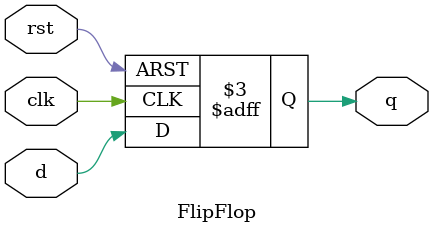
<source format=v>


`timescale 1ns/1ns

module FlipFlop(
    input clk, 
    input rst, 
    input d, 
    output reg q
);

    always @(posedge clk or posedge rst) begin
        if(rst == 1)
            q<=0;
        else
            q<=d;
    end

endmodule


</source>
